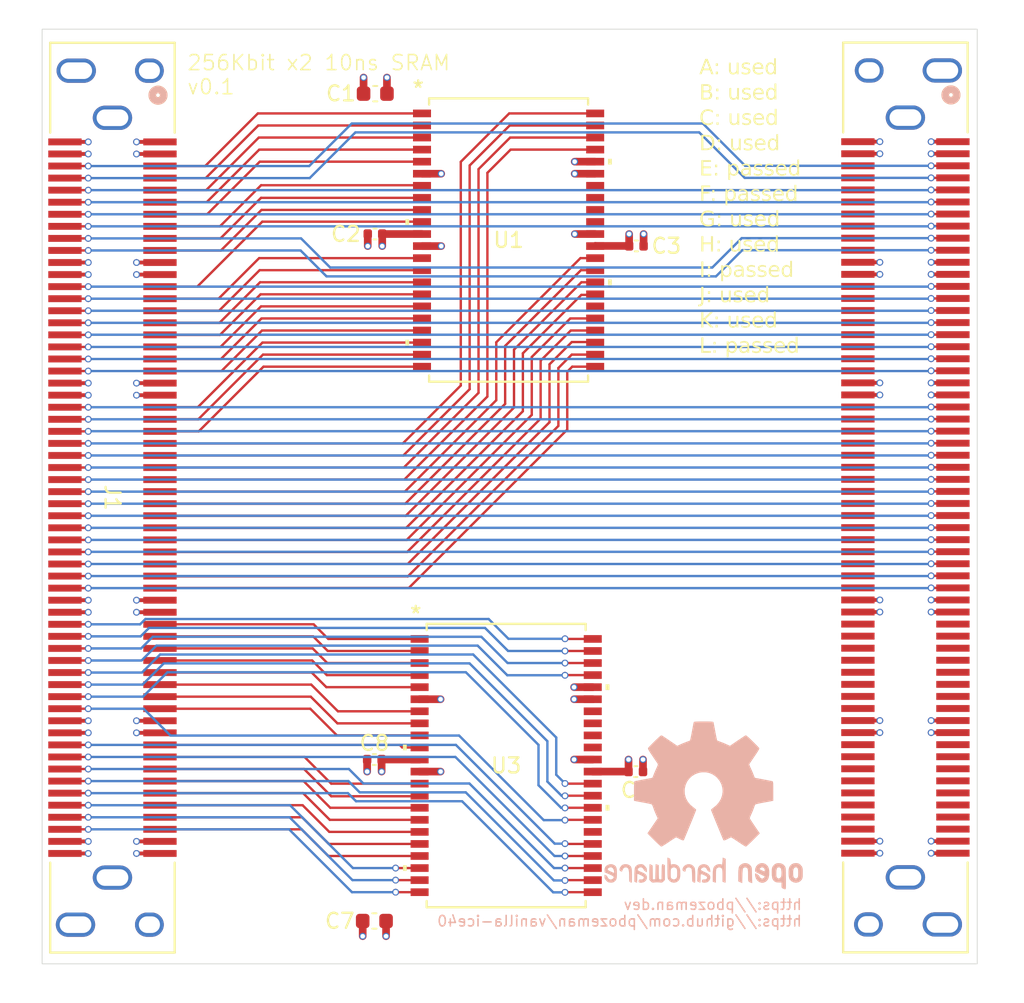
<source format=kicad_pcb>
(kicad_pcb (version 20240108) (generator "pcbnew") (generator_version "8.0")
  (layers (0 "F.Cu" signal) (1 "In1.Cu" power) (2 "In2.Cu" power) (31 "B.Cu" signal) (34 "B.Paste" user) (35 "F.Paste" user) (36 "B.SilkS" user "B.Silkscreen") (37 "F.SilkS" user "F.Silkscreen") (38 "B.Mask" user) (39 "F.Mask" user) (44 "Edge.Cuts" user))
  (net 0 "")
  (net 1 "GND")
  (net 2 "/G_06")
  (net 3 "/B_02")
  (net 4 "/C_06")
  (net 5 "/L_02")
  (net 6 "/F_05")
  (net 7 "/G_04")
  (net 8 "/H_03")
  (net 9 "/B_01")
  (net 10 "+3V3")
  (net 11 "/C_03")
  (net 12 "/B_05")
  (net 13 "/H_01")
  (net 14 "/H_05")
  (net 15 "/I_05")
  (net 16 "/C_05")
  (net 17 "/F_07")
  (net 18 "/A_01")
  (net 19 "/B_07")
  (net 20 "/F_02")
  (net 21 "/A_08")
  (net 22 "/L_03")
  (net 23 "/I_08")
  (net 24 "/K_07")
  (net 25 "/L_06")
  (net 26 "/C_01")
  (net 27 "/B_06")
  (net 28 "/K_06")
  (net 29 "/E_01")
  (net 30 "/H_07")
  (net 31 "/I_06")
  (net 32 "/F_08")
  (net 33 "/I_04")
  (net 34 "/H_02")
  (net 35 "/A_06")
  (net 36 "/B_08")
  (net 37 "/K_03")
  (net 38 "/K_02")
  (net 39 "/H_08")
  (net 40 "/J_01")
  (net 41 "/D_01")
  (net 42 "/F_04")
  (net 43 "/A_04")
  (net 44 "/G_07")
  (net 45 "/L_07")
  (net 46 "/A_02")
  (net 47 "/D_04")
  (net 48 "/E_05")
  (net 49 "/L_04")
  (net 50 "/J_04")
  (net 51 "/K_04")
  (net 52 "/E_06")
  (net 53 "/C_02")
  (net 54 "/E_03")
  (net 55 "/E_08")
  (net 56 "/A_07")
  (net 57 "/G_03")
  (net 58 "/G_01")
  (net 59 "/L_01")
  (net 100 "/C_07")
  (net 101 "/D_06")
  (net 102 "/B_04")
  (net 103 "/L_08")
  (net 104 "/E_07")
  (net 105 "/G_05")
  (net 106 "/E_04")
  (net 107 "/K_08")
  (net 108 "/B_03")
  (net 109 "/J_08")
  (net 110 "/H_04")
  (net 111 "/F_06")
  (net 112 "/L_05")
  (net 113 "/I_03")
  (net 114 "/D_03")
  (net 115 "/F_03")
  (net 116 "/D_05")
  (net 117 "/J_06")
  (net 118 "/A_05")
  (net 119 "/J_02")
  (net 120 "/K_01")
  (net 121 "/F_01")
  (net 122 "/J_03")
  (net 123 "/C_04")
  (net 124 "/E_02")
  (net 125 "/K_05")
  (net 126 "/J_05")
  (net 127 "/I_01")
  (net 128 "/D_07")
  (net 129 "/C_08")
  (net 130 "/J_07")
  (net 131 "/D_02")
  (net 132 "/D_08")
  (net 133 "/H_06")
  (net 134 "/I_07")
  (net 135 "/I_02")
  (net 136 "/A_03")
  (net 137 "/G_02")
  (net 148 "/G_08")
  (footprint "IS61WV25616-10TLI:44L_TSOP-2_400_ISI" (layer "F.Cu") (at 82.0696 55.510002)
    (property "Reference" "U1")
    (property "Value" "IS61WV25616-10TLI")
  )
  (footprint "Capacitor_SMD:C_0402_1005Metric" (layer "F.Cu") (at 90.5018 90.769997)
    (property "Reference" "C9")
    (property "Value" "0.1uf")
  )
  (footprint "Capacitor_SMD:C_0402_1005Metric" (layer "F.Cu") (at 90.5418 55.900003)
    (property "Reference" "C3")
    (property "Value" "0.1uf")
  )
  (footprint "Capacitor_SMD:C_0603_1608Metric" (layer "F.Cu") (at 73.1718 100.679996 180)
    (property "Reference" "C7")
    (property "Value" "22uf")
  )
  (footprint "Capacitor_SMD:C_0603_1608Metric" (layer "F.Cu") (at 73.23 45.8 180)
    (property "Reference" "C1")
    (property "Value" "22uf")
  )
  (footprint "Capacitor_SMD:C_0402_1005Metric" (layer "F.Cu") (at 73.1718 89.97 180)
    (property "Reference" "C8")
    (property "Value" "0.1uf")
  )
  (footprint "IS61WV25616-10TLI:44L_TSOP-2_400_ISI" (layer "F.Cu") (at 81.9104 90.369998)
    (property "Reference" "U3")
    (property "Value" "IS61WV25616-10TLI")
  )
  (footprint "custom:CUSTOM_FX_120P-0.8SH20" (layer "F.Cu") (at 55.805 72.599999 -90)
    (property "Reference" "J1")
    (property "Value" "FX18-120P-0.8SV20")
  )
  (footprint "Capacitor_SMD:C_0402_1005Metric" (layer "F.Cu") (at 73.2118 55.110003 180)
    (property "Reference" "C2")
    (property "Value" "0.1uf")
  )
  (footprint "custom:CUSTOM_FX_120S-0.8SH20" (layer "F.Cu") (at 108.38 72.585 -90)
    (property "Reference" "J2" (hide yes))
    (property "Value" "FX18-120S-0.8SV20")
  )
  (footprint "Symbol:OSHW-Logo2_14.6x12mm_SilkScreen" (layer "B.Cu") (at 95 93 180)
    (property "Reference" "REF**" (hide yes))
    (property "Value" "OSHW-Logo2_14.6x12mm_SilkScreen" (hide yes))
  )
  (gr_rect (start 51.143 41.521992) (end 113.143 103.521992) (stroke (width 0.05)) (fill none) (layer "Edge.Cuts"))
  (gr_text "https://pbozeman.dev" (at 101.573965 100 0) (layer "B.SilkS") (effects (font (size 0.7 0.7) (thickness 0.1)) (justify left bottom mirror)))
  (gr_text "https://github.com/pbozeman/vanilla-ice40" (at 101.573965 101.1 0) (layer "B.SilkS") (effects (font (size 0.7 0.7) (thickness 0.1)) (justify left bottom mirror)))
  (gr_text "256Kbit x2 10ns SRAM" (at 60.7 44.33 0) (layer "F.SilkS") (effects (font (size 1 1) (thickness 0.1)) (justify left bottom)))
  (gr_text "A: used\nB: used\nC: used\nD: used\nE: passed\nF: passed\nG: used\nH: used\nI: passed\nJ: used\nK: used\nL: passed" (at 94.71 63.16 0) (layer "F.SilkS") (effects (font (size 1 1) (thickness 0.125)) (justify left bottom)))
  (gr_text "v0.1" (at 60.7 45.93 0) (layer "F.SilkS") (effects (font (size 1 1) (thickness 0.1)) (justify left bottom)))
  (segment (start 76.3292 55.910001) (end 77.6018 55.910001) (width 0.508) (layer "F.Cu") (net 1))
  (segment (start 86.4118 85.169998) (end 87.6508 85.169998) (width 0.508) (layer "F.Cu") (net 1))
  (segment (start 87.81 51.110001) (end 86.4518 51.110001) (width 0.508) (layer "F.Cu") (net 1))
  (segment (start 72.6918 90.769997) (end 72.6918 89.97) (width 0.508) (layer "F.Cu") (net 1))
  (segment (start 106.685901 96.185001) (end 105.230003 96.185001) (width 0.254) (layer "F.Cu") (net 1))
  (segment (start 106.685901 49.785001) (end 105.230002 49.785001) (width 0.254) (layer "F.Cu") (net 1))
  (segment (start 110.085901 65.785001) (end 111.529999 65.785001) (width 0.254) (layer "F.Cu") (net 1))
  (segment (start 57.4 49.8) (end 58.954998 49.8) (width 0.254) (layer "F.Cu") (net 1))
  (segment (start 54.2 57.8) (end 52.655002 57.8) (width 0.254) (layer "F.Cu") (net 1))
  (segment (start 54.2 49.8) (end 52.655002 49.8) (width 0.254) (layer "F.Cu") (net 1))
  (segment (start 106.685901 88.185001) (end 105.230003 88.185001) (width 0.254) (layer "F.Cu") (net 1))
  (segment (start 106.685901 80.185001) (end 105.230002 80.185001) (width 0.254) (layer "F.Cu") (net 1))
  (segment (start 54.2 65.8) (end 52.655001 65.8) (width 0.254) (layer "F.Cu") (net 1))
  (segment (start 72.7318 55.910001) (end 72.7318 55.110003) (width 0.508) (layer "F.Cu") (net 1))
  (segment (start 77.5618 90.769997) (end 76.17 90.769997) (width 0.508) (layer "F.Cu") (net 1))
  (segment (start 77.6018 51.110003) (end 76.3292 51.110003) (width 0.508) (layer "F.Cu") (net 1))
  (segment (start 87.81 55.11) (end 86.461797 55.11) (width 0.508) (layer "F.Cu") (net 1))
  (segment (start 57.4 96.2) (end 58.954994 96.2) (width 0.254) (layer "F.Cu") (net 1))
  (segment (start 57.4 88.2) (end 58.954995 88.2) (width 0.254) (layer "F.Cu") (net 1))
  (segment (start 54.2 88.2) (end 52.655003 88.2) (width 0.254) (layer "F.Cu") (net 1))
  (segment (start 57.4 65.8) (end 58.954999 65.8) (width 0.254) (layer "F.Cu") (net 1))
  (segment (start 106.685901 65.785001) (end 105.230001 65.785001) (width 0.254) (layer "F.Cu") (net 1))
  (segment (start 106.685901 57.785001) (end 105.230002 57.785001) (width 0.254) (layer "F.Cu") (net 1))
  (segment (start 110.085901 88.185001) (end 111.529995 88.185001) (width 0.254) (layer "F.Cu") (net 1))
  (segment (start 72.455 45.8) (end 72.455 44.73) (width 0.508) (layer "F.Cu") (net 1))
  (segment (start 91.0218 55.11) (end 91.0218 55.900003) (width 0.508) (layer "F.Cu") (net 1))
  (segment (start 86.4118 85.969997) (end 87.6508 85.969997) (width 0.508) (layer "F.Cu") (net 1))
  (segment (start 110.085901 96.185001) (end 111.529994 96.185001) (width 0.254) (layer "F.Cu") (net 1))
  (segment (start 57.4 80.2) (end 58.954995 80.2) (width 0.254) (layer "F.Cu") (net 1))
  (segment (start 77.5618 85.969999) (end 76.17 85.969999) (width 0.508) (layer "F.Cu") (net 1))
  (segment (start 87.81 50.310002) (end 86.4518 50.310002) (width 0.508) (layer "F.Cu") (net 1))
  (segment (start 86.590002 50.310002) (end 86.59 50.31) (width 0.508) (layer "F.Cu") (net 1))
  (segment (start 57.4 57.8) (end 58.954998 57.8) (width 0.254) (layer "F.Cu") (net 1))
  (segment (start 110.085901 57.785001) (end 111.529998 57.785001) (width 0.254) (layer "F.Cu") (net 1))
  (segment (start 54.2 96.2) (end 52.655003 96.2) (width 0.254) (layer "F.Cu") (net 1))
  (segment (start 110.085901 49.785002) (end 111.529999 49.785002) (width 0.254) (layer "F.Cu") (net 1))
  (segment (start 86.4118 89.969996) (end 87.6508 89.969996) (width 0.508) (layer "F.Cu") (net 1))
  (segment (start 110.085901 80.185001) (end 111.529995 80.185001) (width 0.254) (layer "F.Cu") (net 1))
  (segment (start 90.9818 90.769997) (end 90.9818 89.969996) (width 0.508) (layer "F.Cu") (net 1))
  (segment (start 72.3968 100.679996) (end 72.3968 101.69) (width 0.508) (layer "F.Cu") (net 1))
  (segment (start 54.2 80.2) (end 52.655002 80.2) (width 0.254) (layer "F.Cu") (net 1))
  (via (at 54.2 96.2) (size 0.45) (drill 0.3) (layers "F.Cu" "B.Cu") (net 1))
  (via (at 106.685901 65.785001) (size 0.45) (drill 0.3) (layers "F.Cu" "B.Cu") (net 1))
  (via (at 57.4 96.2) (size 0.45) (drill 0.3) (layers "F.Cu" "B.Cu") (net 1))
  (via (at 72.3968 101.69) (size 0.45) (drill 0.3) (layers "F.Cu" "B.Cu") (net 1))
  (via (at 106.685901 80.185001) (size 0.45) (drill 0.3) (layers "F.Cu" "B.Cu") (net 1))
  (via (at 86.4118 85.969997) (size 0.45) (drill 0.3) (layers "F.Cu" "B.Cu") (net 1))
  (via (at 72.455 44.73) (size 0.45) (drill 0.3) (layers "F.Cu" "B.Cu") (net 1))
  (via (at 110.085901 96.185001) (size 0.45) (drill 0.3) (layers "F.Cu" "B.Cu") (net 1))
  (via (at 77.6018 55.910001) (size 0.45) (drill 0.3) (layers "F.Cu" "B.Cu") (net 1))
  (via (at 86.4518 51.110001) (size 0.45) (drill 0.3) (layers "F.Cu" "B.Cu") (net 1))
  (via (at 54.2 80.2) (size 0.45) (drill 0.3) (layers "F.Cu" "B.Cu") (net 1))
  (via (at 106.685901 88.185001) (size 0.45) (drill 0.3) (layers "F.Cu" "B.Cu") (net 1))
  (via (at 86.4518 50.310002) (size 0.45) (drill 0.3) (layers "F.Cu" "B.Cu") (net 1))
  (via (at 57.4 65.8) (size 0.45) (drill 0.3) (layers "F.Cu" "B.Cu") (net 1))
  (via (at 110.085901 88.185001) (size 0.45) (drill 0.3) (layers "F.Cu" "B.Cu") (net 1))
  (via (at 72.6918 90.769997) (size 0.45) (drill 0.3) (layers "F.Cu" "B.Cu") (net 1))
  (via (at 77.5618 85.969999) (size 0.45) (drill 0.3) (layers "F.Cu" "B.Cu") (net 1))
  (via (at 72.7318 55.910001) (size 0.45) (drill 0.3) (layers "F.Cu" "B.Cu") (net 1))
  (via (at 110.085901 57.785001) (size 0.45) (drill 0.3) (layers "F.Cu" "B.Cu") (net 1))
  (via (at 106.685901 57.785001) (size 0.45) (drill 0.3) (layers "F.Cu" "B.Cu") (net 1))
  (via (at 57.4 88.2) (size 0.45) (drill 0.3) (layers "F.Cu" "B.Cu") (net 1))
  (via (at 77.6018 51.110003) (size 0.45) (drill 0.3) (layers "F.Cu" "B.Cu") (net 1))
  (via (at 91.0218 55.11) (size 0.45) (drill 0.3) (layers "F.Cu" "B.Cu") (net 1))
  (via (at 57.4 49.8) (size 0.45) (drill 0.3) (layers "F.Cu" "B.Cu") (net 1))
  (via (at 54.2 49.8) (size 0.45) (drill 0.3) (layers "F.Cu" "B.Cu") (net 1))
  (via (at 86.4118 85.169998) (size 0.45) (drill 0.3) (layers "F.Cu" "B.Cu") (net 1))
  (via (at 106.685901 96.185001) (size 0.45) (drill 0.3) (layers "F.Cu" "B.Cu") (net 1))
  (via (at 57.4 57.8) (size 0.45) (drill 0.3) (layers "F.Cu" "B.Cu") (net 1))
  (via (at 54.2 88.2) (size 0.45) (drill 0.3) (layers "F.Cu" "B.Cu") (net 1))
  (via (at 54.2 57.8) (size 0.45) (drill 0.3) (layers "F.Cu" "B.Cu") (net 1))
  (via (at 90.9818 89.969996) (size 0.45) (drill 0.3) (layers "F.Cu" "B.Cu") (net 1))
  (via (at 110.085901 49.785002) (size 0.45) (drill 0.3) (layers "F.Cu" "B.Cu") (net 1))
  (via (at 110.085901 65.785001) (size 0.45) (drill 0.3) (layers "F.Cu" "B.Cu") (net 1))
  (via (at 86.4118 89.969996) (size 0.45) (drill 0.3) (layers "F.Cu" "B.Cu") (net 1))
  (via (at 54.2 65.8) (size 0.45) (drill 0.3) (layers "F.Cu" "B.Cu") (net 1))
  (via (at 106.685901 49.785001) (size 0.45) (drill 0.3) (layers "F.Cu" "B.Cu") (net 1))
  (via (at 77.5618 90.769997) (size 0.45) (drill 0.3) (layers "F.Cu" "B.Cu") (net 1))
  (via (at 110.085901 80.185001) (size 0.45) (drill 0.3) (layers "F.Cu" "B.Cu") (net 1))
  (via (at 86.4518 55.11) (size 0.45) (drill 0.3) (layers "F.Cu" "B.Cu") (net 1))
  (via (at 57.4 80.2) (size 0.45) (drill 0.3) (layers "F.Cu" "B.Cu") (net 1))
  (segment (start 69.047718 83.399998) (end 70.01772 84.37) (width 0.156464) (layer "F.Cu") (net 2))
  (segment (start 70.01772 84.37) (end 76.17 84.37) (width 0.156464) (layer "F.Cu") (net 2))
  (segment (start 58.954999 83.399998) (end 69.047718 83.399998) (width 0.156464) (layer "F.Cu") (net 2))
  (segment (start 58.954999 60.199998) (end 62.871932 60.199998) (width 0.156464) (layer "F.Cu") (net 3))
  (segment (start 65.561927 57.510003) (end 76.3292 57.510003) (width 0.156464) (layer "F.Cu") (net 3))
  (segment (start 62.871932 60.199998) (end 65.561927 57.510003) (width 0.156464) (layer "F.Cu") (net 3))
  (segment (start 75.060001 68.999999) (end 78.9 65.16) (width 0.156464) (layer "F.Cu") (net 4))
  (segment (start 58.954999 68.999999) (end 75.060001 68.999999) (width 0.156464) (layer "F.Cu") (net 4))
  (segment (start 78.9 50.32) (end 82.109999 47.110001) (width 0.156464) (layer "F.Cu") (net 4))
  (segment (start 82.109999 47.110001) (end 87.81 47.110001) (width 0.156464) (layer "F.Cu") (net 4))
  (segment (start 78.9 65.16) (end 78.9 50.32) (width 0.156464) (layer "F.Cu") (net 4))
  (segment (start 110.085901 70.585001) (end 111.529997 70.585001) (width 0.156464) (layer "F.Cu") (net 5))
  (segment (start 54.2 70.6) (end 52.655001 70.6) (width 0.156464) (layer "F.Cu") (net 5))
  (via (at 110.085901 70.585001) (size 0.45) (drill 0.3) (layers "F.Cu" "B.Cu") (net 5))
  (via (at 54.2 70.6) (size 0.45) (drill 0.3) (layers "F.Cu" "B.Cu") (net 5))
  (segment (start 110.075901 70.595001) (end 110.085901 70.585001) (width 0.156464) (layer "B.Cu") (net 5))
  (segment (start 110.070902 70.6) (end 110.085901 70.585001) (width 0.156464) (layer "B.Cu") (net 5))
  (segment (start 54.2 70.6) (end 110.070902 70.6) (width 0.156464) (layer "B.Cu") (net 5))
  (segment (start 54.199997 59.400003) (end 54.2 59.4) (width 0.156464) (layer "F.Cu") (net 6))
  (segment (start 52.655001 59.400003) (end 54.199997 59.400003) (width 0.156464) (layer "F.Cu") (net 6))
  (segment (start 110.085901 59.385001) (end 111.529999 59.385001) (width 0.156464) (layer "F.Cu") (net 6))
  (via (at 54.2 59.4) (size 0.45) (drill 0.3) (layers "F.Cu" "B.Cu") (net 6))
  (via (at 110.085901 59.385001) (size 0.45) (drill 0.3) (layers "F.Cu" "B.Cu") (net 6))
  (segment (start 54.2 59.4) (end 110.070902 59.4) (width 0.156464) (layer "B.Cu") (net 6))
  (segment (start 110.070902 59.4) (end 110.085901 59.385001) (width 0.156464) (layer "B.Cu") (net 6))
  (segment (start 110.075901 59.395001) (end 110.085901 59.385001) (width 0.156464) (layer "B.Cu") (net 6))
  (segment (start 58.954999 85.799995) (end 68.951925 85.799995) (width 0.156464) (layer "F.Cu") (net 7))
  (segment (start 70.721929 87.569999) (end 76.17 87.569999) (width 0.156464) (layer "F.Cu") (net 7))
  (segment (start 68.951925 85.799995) (end 70.721929 87.569999) (width 0.156464) (layer "F.Cu") (net 7))
  (segment (start 58.954999 92.199995) (end 68.444205 92.199995) (width 0.156464) (layer "F.Cu") (net 8))
  (segment (start 70.214208 93.969998) (end 76.17 93.969998) (width 0.156464) (layer "F.Cu") (net 8))
  (segment (start 68.444205 92.199995) (end 70.214208 93.969998) (width 0.156464) (layer "F.Cu") (net 8))
  (segment (start 58.954999 58.599999) (end 61.430001 58.599999) (width 0.156464) (layer "F.Cu") (net 9))
  (segment (start 61.430001 58.599999) (end 65.740029 54.289971) (width 0.156464) (layer "F.Cu") (net 9))
  (segment (start 65.740029 54.289971) (end 76.309169 54.289971) (width 0.156464) (layer "F.Cu") (net 9))
  (segment (start 90.0618 55.11) (end 90.0618 55.900003) (width 0.508) (layer "F.Cu") (net 10))
  (segment (start 54.2 49) (end 52.655004 49) (width 0.254) (layer "F.Cu") (net 10))
  (segment (start 57.4 49) (end 58.954999 49) (width 0.254) (layer "F.Cu") (net 10))
  (segment (start 57.4 57) (end 58.954999 57) (width 0.254) (layer "F.Cu") (net 10))
  (segment (start 57.4 65) (end 58.954998 65) (width 0.254) (layer "F.Cu") (net 10))
  (segment (start 90.0618 55.900003) (end 87.819998 55.900003) (width 0.508) (layer "F.Cu") (net 10))
  (segment (start 54.2 65) (end 52.655003 65) (width 0.254) (layer "F.Cu") (net 10))
  (segment (start 110.085901 79.385001) (end 111.529997 79.385001) (width 0.254) (layer "F.Cu") (net 10))
  (segment (start 106.685901 64.985001) (end 105.230003 64.985001) (width 0.254) (layer "F.Cu") (net 10))
  (segment (start 54.2 79.4) (end 52.655003 79.4) (width 0.254) (layer "F.Cu") (net 10))
  (segment (start 106.685901 56.985001) (end 105.230003 56.985001) (width 0.254) (layer "F.Cu") (net 10))
  (segment (start 54.2 87.4) (end 52.655004 87.4) (width 0.254) (layer "F.Cu") (net 10))
  (segment (start 73.6518 89.97) (end 76.169999 89.97) (width 0.508) (layer "F.Cu") (net 10))
  (segment (start 57.4 95.4) (end 58.954996 95.4) (width 0.254) (layer "F.Cu") (net 10))
  (segment (start 110.085901 56.985001) (end 111.529999 56.985001) (width 0.254) (layer "F.Cu") (net 10))
  (segment (start 54.2 57) (end 52.655003 57) (width 0.254) (layer "F.Cu") (net 10))
  (segment (start 106.685901 87.385001) (end 105.230004 87.385001) (width 0.254) (layer "F.Cu") (net 10))
  (segment (start 110.085901 87.385001) (end 111.529996 87.385001) (width 0.254) (layer "F.Cu") (net 10))
  (segment (start 73.6918 55.110003) (end 76.3292 55.110003) (width 0.508) (layer "F.Cu") (net 10))
  (segment (start 73.9468 100.679996) (end 73.9468 101.69) (width 0.508) (layer "F.Cu") (net 10))
  (segment (start 110.085901 48.985001) (end 111.529999 48.985001) (width 0.254) (layer "F.Cu") (net 10))
  (segment (start 54.2 95.4) (end 52.655004 95.4) (width 0.254) (layer "F.Cu") (net 10))
  (segment (start 90.0218 90.769997) (end 87.6508 90.769997) (width 0.508) (layer "F.Cu") (net 10))
  (segment (start 73.6918 55.910001) (end 73.6918 55.110003) (width 0.508) (layer "F.Cu") (net 10))
  (segment (start 106.685901 95.385001) (end 105.230004 95.385001) (width 0.254) (layer "F.Cu") (net 10))
  (segment (start 110.085901 95.385001) (end 111.529996 95.385001) (width 0.254) (layer "F.Cu") (net 10))
  (segment (start 57.4 87.4) (end 58.954996 87.4) (width 0.254) (layer "F.Cu") (net 10))
  (segment (start 90.0218 90.769997) (end 90.0218 89.969996) (width 0.508) (layer "F.Cu") (net 10))
  (segment (start 74.005 45.8) (end 74.005 44.73) (width 0.508) (layer "F.Cu") (net 10))
  (segment (start 110.085901 64.985001) (end 111.529998 64.985001) (width 0.254) (layer "F.Cu") (net 10))
  (segment (start 87.819998 55.900003) (end 87.81 55.910001) (width 0.508) (layer "F.Cu") (net 10))
  (segment (start 106.685901 79.385001) (end 105.230003 79.385001) (width 0.254) (layer "F.Cu") (net 10))
  (segment (start 106.685901 48.985004) (end 105.230001 48.985004) (width 0.254) (layer "F.Cu") (net 10))
  (segment (start 57.4 79.4) (end 58.954997 79.4) (width 0.254) (layer "F.Cu") (net 10))
  (segment (start 73.6518 90.769997) (end 73.6518 89.97) (width 0.508) (layer "F.Cu") (net 10))
  (via (at 110.085901 87.385001) (size 0.45) (drill 0.3) (layers "F.Cu" "B.Cu") (net 10))
  (via (at 106.685901 87.385001) (size 0.45) (drill 0.3) (layers "F.Cu" "B.Cu") (net 10))
  (via (at 57.4 95.4) (size 0.45) (drill 0.3) (layers "F.Cu" "B.Cu") (net 10))
  (via (at 57.4 57) (size 0.45) (drill 0.3) (layers "F.Cu" "B.Cu") (net 10))
  (via (at 106.685901 56.985001) (size 0.45) (drill 0.3) (layers "F.Cu" "B.Cu") (net 10))
  (via (at 73.6918 55.910001) (size 0.45) (drill 0.3) (layers "F.Cu" "B.Cu") (net 10))
  (via (at 106.685901 64.985001) (size 0.45) (drill 0.3) (layers "F.Cu" "B.Cu") (net 10))
  (via (at 73.6518 90.769997) (size 0.45) (drill 0.3) (layers "F.Cu" "B.Cu") (net 10))
  (via (at 90.0218 89.969996) (size 0.45) (drill 0.3) (layers "F.Cu" "B.Cu") (net 10))
  (via (at 106.685901 48.985004) (size 0.45) (drill 0.3) (layers "F.Cu" "B.Cu") (net 10))
  (via (at 106.685901 95.385001) (size 0.45) (drill 0.3) (layers "F.Cu" "B.Cu") (net 10))
  (via (at 54.2 95.4) (size 0.45) (drill 0.3) (layers "F.Cu" "B.Cu") (net 10))
  (via (at 110.085901 95.385001) (size 0.45) (drill 0.3) (layers "F.Cu" "B.Cu") (net 10))
  (via (at 106.685901 79.385001) (size 0.45) (drill 0.3) (layers "F.Cu" "B.Cu") (net 10))
  (via (at 57.4 79.4) (size 0.45) (drill 0.3) (layers "F.Cu" "B.Cu") (net 10))
  (via (at 73.9468 101.69) (size 0.45) (drill 0.3) (layers "F.Cu" "B.Cu") (net 10))
  (via (at 74.005 44.73) (size 0.45) (drill 0.3) (layers "F.Cu" "B.Cu") (net 10))
  (via (at 54.2 49) (size 0.45) (drill 0.3) (layers "F.Cu" "B.Cu") (net 10))
  (via (at 110.085901 79.385001) (size 0.45) (drill 0.3) (layers "F.Cu" "B.Cu") (net 10))
  (via (at 54.2 57) (size 0.45) (drill 0.3) (layers "F.Cu" "B.Cu") (net 10))
  (via (at 54.2 87.4) (size 0.45) (drill 0.3) (layers "F.Cu" "B.Cu") (net 10))
  (via (at 57.4 49) (size 0.45) (drill 0.3) (layers "F.Cu" "B.Cu") (net 10))
  (via (at 90.0618 55.11) (size 0.45) (drill 0.3) (layers "F.Cu" "B.Cu") (net 10))
  (via (at 57.4 87.4) (size 0.45) (drill 0.3) (layers "F.Cu" "B.Cu") (net 10))
  (via (at 57.4 65) (size 0.45) (drill 0.3) (layers "F.Cu" "B.Cu") (net 10))
  (via (at 54.2 65) (size 0.45) (drill 0.3) (layers "F.Cu" "B.Cu") (net 10))
  (via (at 110.085901 64.985001) (size 0.45) (drill 0.3) (layers "F.Cu" "B.Cu") (net 10))
  (via (at 110.085901 48.985001) (size 0.45) (drill 0.3) (layers "F.Cu" "B.Cu") (net 10))
  (via (at 54.2 79.4) (size 0.45) (drill 0.3) (layers "F.Cu" "B.Cu") (net 10))
  (via (at 110.085901 56.985001) (size 0.45) (drill 0.3) (layers "F.Cu" "B.Cu") (net 10))
  (segment (start 58.954999 69.8) (end 75.09193 69.8) (width 0.156464) (layer "F.Cu") (net 11))
  (segment (start 79.488264 50.563666) (end 82.141928 47.910002) (width 0.156464) (layer "F.Cu") (net 11))
  (segment (start 79.488264 65.403666) (end 79.488264 50.563666) (width 0.156464) (layer "F.Cu") (net 11))
  (segment (start 82.141928 47.910002) (end 87.81 47.910002) (width 0.156464) (layer "F.Cu") (net 11))
  (segment (start 75.09193 69.8) (end 79.488264 65.403666) (width 0.156464) (layer "F.Cu") (net 11))
  (segment (start 65.529998 56.710002) (end 76.3292 56.710002) (width 0.156464) (layer "F.Cu") (net 12))
  (segment (start 62.84 59.4) (end 65.529998 56.710002) (width 0.156464) (layer "F.Cu") (net 12))
  (segment (start 58.954999 59.4) (end 62.84 59.4) (width 0.156464) (layer "F.Cu") (net 12))
  (segment (start 75.019998 89.169998) (end 76.17 89.169998) (width 0.156464) (layer "F.Cu") (net 13))
  (segment (start 74.849997 88.999997) (end 75.019998 89.169998) (width 0.156464) (layer "F.Cu") (net 13))
  (segment (start 58.954999 88.999997) (end 74.849997 88.999997) (width 0.156464) (layer "F.Cu") (net 13))
  (segment (start 58.954999 89.799995) (end 68.539995 89.799995) (width 0.156464) (layer "F.Cu") (net 14))
  (segment (start 70.309998 91.569998) (end 76.17 91.569998) (width 0.156464) (layer "F.Cu") (net 14))
  (segment (start 68.539995 89.799995) (end 70.309998 91.569998) (width 0.156464) (layer "F.Cu") (net 14))
  (segment (start 54.2 73.8) (end 52.655002 73.8) (width 0.156464) (layer "F.Cu") (net 15))
  (segment (start 110.085901 73.785001) (end 111.529998 73.785001) (width 0.156464) (layer "F.Cu") (net 15))
  (via (at 110.085901 73.785001) (size 0.45) (drill 0.3) (layers "F.Cu" "B.Cu") (net 15))
  (via (at 54.2 73.8) (size 0.45) (drill 0.3) (layers "F.Cu" "B.Cu") (net 15))
  (segment (start 54.2 73.8) (end 110.070902 73.8) (width 0.156464) (layer "B.Cu") (net 15))
  (segment (start 110.075901 73.795001) (end 110.085901 73.785001) (width 0.156464) (layer "B.Cu") (net 15))
  (segment (start 110.070902 73.8) (end 110.085901 73.785001) (width 0.156464) (layer "B.Cu") (net 15))
  (segment (start 61.495441 67.399999) (end 65.785438 63.110002) (width 0.156464) (layer "F.Cu") (net 16))
  (segment (start 65.785438 63.110002) (end 76.3292 63.110002) (width 0.156464) (layer "F.Cu") (net 16))
  (segment (start 58.954999 67.399999) (end 61.495441 67.399999) (width 0.156464) (layer "F.Cu") (net 16))
  (segment (start 54.199999 62.600001) (end 54.2 62.6) (width 0.156464) (layer "F.Cu") (net 17))
  (segment (start 52.655001 62.600001) (end 54.199999 62.600001) (width 0.156464) (layer "F.Cu") (net 17))
  (segment (start 110.085901 62.585001) (end 111.529998 62.585001) (width 0.156464) (layer "F.Cu") (net 17))
  (via (at 110.085901 62.585001) (size 0.45) (drill 0.3) (layers "F.Cu" "B.Cu") (net 17))
  (via (at 54.2 62.6) (size 0.45) (drill 0.3) (layers "F.Cu" "B.Cu") (net 17))
  (segment (start 54.2 62.6) (end 110.070902 62.6) (width 0.156464) (layer "B.Cu") (net 17))
  (segment (start 110.075901 62.595001) (end 110.085901 62.585001) (width 0.156464) (layer "B.Cu") (net 17))
  (segment (start 110.070902 62.6) (end 110.085901 62.585001) (width 0.156464) (layer "B.Cu") (net 17))
  (segment (start 61.95456 50.6) (end 65.444556 47.110004) (width 0.156464) (layer "F.Cu") (net 18))
  (segment (start 65.444556 47.110004) (end 76.3292 47.110004) (width 0.156464) (layer "F.Cu") (net 18))
  (segment (start 58.954999 50.6) (end 61.95456 50.6) (width 0.156464) (layer "F.Cu") (net 18))
  (segment (start 58.954999 62.599999) (end 62.967721 62.599999) (width 0.156464) (layer "F.Cu") (net 19))
  (segment (start 62.967721 62.599999) (end 65.657719 59.910001) (width 0.156464) (layer "F.Cu") (net 19))
  (segment (start 65.657719 59.910001) (end 76.3292 59.910001) (width 0.156464) (layer "F.Cu") (net 19))
  (segment (start 54.199999 60.200001) (end 54.2 60.2) (width 0.156464) (layer "F.Cu") (net 20))
  (segment (start 52.655001 60.200001) (end 54.199999 60.200001) (width 0.156464) (layer "F.Cu") (net 20))
  (segment (start 110.085901 60.185001) (end 111.529997 60.185001) (width 0.156464) (layer "F.Cu") (net 20))
  (via (at 54.2 60.2) (size 0.45) (drill 0.3) (layers "F.Cu" "B.Cu") (net 20))
  (via (at 110.085901 60.185001) (size 0.45) (drill 0.3) (layers "F.Cu" "B.Cu") (net 20))
  (segment (start 54.2 60.2) (end 110.070902 60.2) (width 0.156464) (layer "B.Cu") (net 20))
  (segment (start 110.075901 60.195001) (end 110.085901 60.185001) (width 0.156464) (layer "B.Cu") (net 20))
  (segment (start 110.070902 60.2) (end 110.085901 60.185001) (width 0.156464) (layer "B.Cu") (net 20))
  (segment (start 58.954999 56.199999) (end 62.998071 56.199999) (width 0.156464) (layer "F.Cu") (net 21))
  (segment (start 62.998071 56.199999) (end 65.688067 53.510003) (width 0.156464) (layer "F.Cu") (net 21))
  (segment (start 65.688067 53.510003) (end 76.3292 53.510003) (width 0.156464) (layer "F.Cu") (net 21))
  (segment (start 54.199999 69.000001) (end 54.2 69) (width 0.156464) (layer "F.Cu") (net 22))
  (segment (start 52.655001 69.000001) (end 54.199999 69.000001) (width 0.156464) (layer "F.Cu") (net 22))
  (segment (start 110.085901 68.985001) (end 111.529998 68.985001) (width 0.156464) (layer "F.Cu") (net 22))
  (via (at 110.085901 68.985001) (size 0.45) (drill 0.3) (layers "F.Cu" "B.Cu") (net 22))
  (via (at 54.2 69) (size 0.45) (drill 0.3) (layers "F.Cu" "B.Cu") (net 22))
  (segment (start 110.075901 68.995001) (end 110.085901 68.985001) (width 0.156464) (layer "B.Cu") (net 22))
  (segment (start 54.2 69) (end 110.070902 69) (width 0.156464) (layer "B.Cu") (net 22))
  (segment (start 110.070902 69) (end 110.085901 68.985001) (width 0.156464) (layer "B.Cu") (net 22))
  (segment (start 110.085901 78.585001) (end 111.529996 78.585001) (width 0.156464) (layer "F.Cu") (net 23))
  (segment (start 54.2 78.6) (end 52.655001 78.6) (width 0.156464) (layer "F.Cu") (net 23))
  (via (at 110.085901 78.585001) (size 0.45) (drill 0.3) (layers "F.Cu" "B.Cu") (net 23))
  (via (at 54.2 78.6) (size 0.45) (drill 0.3) (layers "F.Cu" "B.Cu") (net 23))
  (segment (start 54.2 78.6) (end 110.070902 78.6) (width 0.156464) (layer "B.Cu") (net 23))
  (segment (start 110.070902 78.6) (end 110.085901 78.585001) (width 0.156464) (layer "B.Cu") (net 23))
  (segment (start 110.075901 78.595001) (end 110.085901 78.585001) (width 0.156464) (layer "B.Cu") (net 23))
  (segment (start 87.6508 83.569999) (end 85.820001 83.569999) (width 0.156464) (layer "F.Cu") (net 24))
  (segment (start 54.2 82.6) (end 52.655002 82.6) (width 0.156464) (layer "F.Cu") (net 24))
  (segment (start 85.81 83.569999) (end 85.809999 83.57) (width 0.156464) (layer "F.Cu") (net 24))
  (via (at 54.2 82.6) (size 0.45) (drill 0.3) (layers "F.Cu" "B.Cu") (net 24))
  (via (at 85.81 83.57) (size 0.45) (drill 0.3) (layers "F.Cu" "B.Cu") (net 24))
  (segment (start 57.703354 82.6) (end 58.476826 81.826528) (width 0.156464) (layer "B.Cu") (net 24))
  (segment (start 54.2 82.6) (end 57.703354 82.6) (width 0.156464) (layer "B.Cu") (net 24))
  (segment (start 58.476826 81.826528) (end 80.262668 81.826528) (width 0.156464) (layer "B.Cu") (net 24))
  (segment (start 82.00614 83.57) (end 85.81 83.57) (width 0.156464) (layer "B.Cu") (net 24))
  (segment (start 80.262668 81.826528) (end 82.00614 83.57) (width 0.156464) (layer "B.Cu") (net 24))
  (segment (start 54.2 69.8) (end 52.655001 69.8) (width 0.156464) (layer "F.Cu") (net 25))
  (segment (start 110.085901 69.785001) (end 111.529999 69.785001) (width 0.156464) (layer "F.Cu") (net 25))
  (via (at 110.085901 69.785001) (size 0.45) (drill 0.3) (layers "F.Cu" "B.Cu") (net 25))
  (via (at 54.2 69.8) (size 0.45) (drill 0.3) (layers "F.Cu" "B.Cu") (net 25))
  (segment (start 54.2 69.8) (end 110.070902 69.8) (width 0.156464) (layer "B.Cu") (net 25))
  (segment (start 110.070902 69.8) (end 110.085901 69.785001) (width 0.156464) (layer "B.Cu") (net 25))
  (segment (start 110.075901 69.795001) (end 110.085901 69.785001) (width 0.156464) (layer "B.Cu") (net 25))
  (segment (start 61.463512 66.599998) (end 65.753509 62.310001) (width 0.156464) (layer "F.Cu") (net 26))
  (segment (start 58.954999 66.599998) (end 61.463512 66.599998) (width 0.156464) (layer "F.Cu") (net 26))
  (segment (start 65.753509 62.310001) (end 76.3292 62.310001) (width 0.156464) (layer "F.Cu") (net 26))
  (segment (start 58.954999 60.999999) (end 62.903861 60.999999) (width 0.156464) (layer "F.Cu") (net 27))
  (segment (start 62.903861 60.999999) (end 65.593859 58.310001) (width 0.156464) (layer "F.Cu") (net 27))
  (segment (start 65.593859 58.310001) (end 76.3292 58.310001) (width 0.156464) (layer "F.Cu") (net 27))
  (segment (start 87.6508 91.569998) (end 85.799998 91.569998) (width 0.156464) (layer "F.Cu") (net 28))
  (segment (start 54.2 84.2) (end 52.655002 84.2) (width 0.156464) (layer "F.Cu") (net 28))
  (segment (start 85.814999 91.569998) (end 85.805001 91.56) (width 0.156464) (layer "F.Cu") (net 28))
  (via (at 54.2 84.2) (size 0.45) (drill 0.3) (layers "F.Cu" "B.Cu") (net 28))
  (via (at 85.81 91.56) (size 0.45) (drill 0.3) (layers "F.Cu" "B.Cu") (net 28))
  (segment (start 85.23 88.51) (end 85.23 90.98) (width 0.156464) (layer "B.Cu") (net 28))
  (segment (start 54.2 84.2) (end 57.767214 84.2) (width 0.156464) (layer "B.Cu") (net 28))
  (segment (start 79.723056 83.003056) (end 85.23 88.51) (width 0.156464) (layer "B.Cu") (net 28))
  (segment (start 85.23 90.98) (end 85.81 91.56) (width 0.156464) (layer "B.Cu") (net 28))
  (segment (start 58.964158 83.003056) (end 79.723056 83.003056) (width 0.156464) (layer "B.Cu") (net 28))
  (segment (start 57.767214 84.2) (end 58.964158 83.003056) (width 0.156464) (layer "B.Cu") (net 28))
  (segment (start 54.199998 50.600002) (end 54.2 50.6) (width 0.156464) (layer "F.Cu") (net 29))
  (segment (start 52.655001 50.600002) (end 54.199998 50.600002) (width 0.156464) (layer "F.Cu") (net 29))
  (segment (start 110.085901 50.585001) (end 111.529999 50.585001) (width 0.156464) (layer "F.Cu") (net 29))
  (via (at 110.085901 50.585001) (size 0.45) (drill 0.3) (layers "F.Cu" "B.Cu") (net 29))
  (via (at 54.2 50.6) (size 0.45) (drill 0.3) (layers "F.Cu" "B.Cu") (net 29))
  (segment (start 54.2 50.6) (end 68.85 50.6) (width 0.156464) (layer "B.Cu") (net 29))
  (segment (start 94.95193 47.78) (end 97.756931 50.585001) (width 0.156464) (layer "B.Cu") (net 29))
  (segment (start 68.85 50.6) (end 71.67 47.78) (width 0.156464) (layer "B.Cu") (net 29))
  (segment (start 109.975901 50.695001) (end 110.085901 50.585001) (width 0.156464) (layer "B.Cu") (net 29))
  (segment (start 71.67 47.78) (end 94.95193 47.78) (width 0.156464) (layer "B.Cu") (net 29))
  (segment (start 97.756931 50.585001) (end 110.085901 50.585001) (width 0.156464) (layer "B.Cu") (net 29))
  (segment (start 58.954999 92.999996) (end 68.412276 92.999996) (width 0.156464) (layer "F.Cu") (net 30))
  (segment (start 70.182277 94.769997) (end 76.17 94.769997) (width 0.156464) (layer "F.Cu") (net 30))
  (segment (start 68.412276 92.999996) (end 70.182277 94.769997) (width 0.156464) (layer "F.Cu") (net 30))
  (segment (start 110.085901 75.385001) (end 111.529997 75.385001) (width 0.156464) (layer "F.Cu") (net 31))
  (segment (start 54.2 75.4) (end 52.655003 75.4) (width 0.156464) (layer "F.Cu") (net 31))
  (via (at 110.085901 75.385001) (size 0.45) (drill 0.3) (layers "F.Cu" "B.Cu") (net 31))
  (via (at 54.2 75.4) (size 0.45) (drill 0.3) (layers "F.Cu" "B.Cu") (net 31))
  (segment (start 110.070902 75.4) (end 110.085901 75.385001) (width 0.156464) (layer "B.Cu") (net 31))
  (segment (start 54.2 75.4) (end 110.070902 75.4) (width 0.156464) (layer "B.Cu") (net 31))
  (segment (start 110.075901 75.395001) (end 110.085901 75.385001) (width 0.156464) (layer "B.Cu") (net 31))
  (segment (start 54.199999 64.200001) (end 54.2 64.2) (width 0.156464) (layer "F.Cu") (net 32))
  (segment (start 110.085901 64.185001) (end 111.529997 64.185001) (width 0.156464) (layer "F.Cu") (net 32))
  (segment (start 52.655001 64.200001) (end 54.199999 64.200001) (width 0.156464) (layer "F.Cu") (net 32))
  (via (at 110.085901 64.185001) (size 0.45) (drill 0.3) (layers "F.Cu" "B.Cu") (net 32))
  (via (at 54.2 64.2) (size 0.45) (drill 0.3) (layers "F.Cu" "B.Cu") (net 32))
  (segment (start 110.075901 64.195001) (end 110.085901 64.185001) (width 0.156464) (layer "B.Cu") (net 32))
  (segment (start 110.070902 64.2) (end 110.085901 64.185001) (width 0.156464) (layer "B.Cu") (net 32))
  (segment (start 54.2 64.2) (end 110.070902 64.2) (width 0.156464) (layer "B.Cu") (net 32))
  (segment (start 110.085901 77.784997) (end 111.529999 77.784997) (width 0.156464) (layer "F.Cu") (net 33))
  (segment (start 54.2 77.8) (end 52.655002 77.8) (width 0.156464) (layer "F.Cu") (net 33))
  (via (at 110.085901 77.784997) (size 0.45) (drill 0.3) (layers "F.Cu" "B.Cu") (net 33))
  (via (at 54.2 77.8) (size 0.45) (drill 0.3) (layers "F.Cu" "B.Cu") (net 33))
  (segment (start 54.2 77.8) (end 110.070898 77.8) (width 0.156464) (layer "B.Cu") (net 33))
  (segment (start 110.070898 77.8) (end 110.085901 77.784997) (width 0.156464) (layer "B.Cu") (net 33))
  (segment (start 110.075897 77.795001) (end 110.085901 77.784997) (width 0.156464) (layer "B.Cu") (net 33))
  (segment (start 58.954999 90.599996) (end 68.508066 90.599996) (width 0.156464) (layer "F.Cu") (net 34))
  (segment (start 70.314035 92.405965) (end 75.8 92.405965) (width 0.156464) (layer "F.Cu") (net 34))
  (segment (start 68.508066 90.599996) (end 70.314035 92.405965) (width 0.156464) (layer "F.Cu") (net 34))
  (segment (start 62.05035 53) (end 65.540346 49.510004) (width 0.156464) (layer "F.Cu") (net 35))
  (segment (start 65.540346 49.510004) (end 76.3292 49.510004) (width 0.156464) (layer "F.Cu") (net 35))
  (segment (start 58.954999 53) (end 62.05035 53) (width 0.156464) (layer "F.Cu") (net 35))
  (segment (start 63.031582 64.199998) (end 65.721577 61.510003) (width 0.156464) (layer "F.Cu") (net 36))
  (segment (start 65.721577 61.510003) (end 76.3292 61.510003) (width 0.156464) (layer "F.Cu") (net 36))
  (segment (start 58.954999 64.199998) (end 63.031582 64.199998) (width 0.156464) (layer "F.Cu") (net 36))
  (segment (start 85.815001 84.369997) (end 85.804998 84.38) (width 0.156464) (layer "F.Cu") (net 37))
  (segment (start 87.6508 84.369997) (end 85.820003 84.369997) (width 0.156464) (layer "F.Cu") (net 37))
  (segment (start 54.2 83.4) (end 52.655003 83.4) (width 0.156464) (layer "F.Cu") (net 37))
  (via (at 54.2 83.4) (size 0.45) (drill 0.3) (layers "F.Cu" "B.Cu") (net 37))
  (via (at 85.81 84.38) (size 0.45) (drill 0.3) (layers "F.Cu" "B.Cu") (net 37))
  (segment (start 81.98421 84.38) (end 85.81 84.38) (width 0.156464) (layer "B.Cu") (net 37))
  (segment (start 80.019002 82.414792) (end 81.98421 84.38) (width 0.156464) (layer "B.Cu") (net 37))
  (segment (start 58.720492 82.414792) (end 80.019002 82.414792) (width 0.156464) (layer "B.Cu") (net 37))
  (segment (start 57.735284 83.4) (end 58.720492 82.414792) (width 0.156464) (layer "B.Cu") (net 37))
  (segment (start 54.2 83.4) (end 57.735284 83.4) (width 0.156464) (layer "B.Cu") (net 37))
  (segment (start 87.6508 92.369997) (end 85.880003 92.369997) (width 0.156464) (layer "F.Cu") (net 38))
  (segment (start 54.2 85) (end 52.655001 85) (width 0.156464) (layer "F.Cu") (net 38))
  (segment (start 85.815001 92.369997) (end 85.804998 92.38) (width 0.156464) (layer "F.Cu") (net 38))
  (via (at 85.81 92.38) (size 0.45) (drill 0.3) (layers "F.Cu" "B.Cu") (net 38))
  (via (at 54.2 85) (size 0.45) (drill 0.3) (layers "F.Cu" "B.Cu") (net 38))
  (segment (start 57.799144 85) (end 59.207824 83.59132) (width 0.156464) (layer "B.Cu") (net 38))
  (segment (start 59.207824 83.59132) (end 79.47939 83.59132) (width 0.156464) (layer "B.Cu") (net 38))
  (segment (start 85.590507 92.38) (end 85.81 92.38) (width 0.156464) (layer "B.Cu") (net 38))
  (segment (start 84.641736 91.431229) (end 85.590507 92.38) (width 0.156464) (layer "B.Cu") (net 38))
  (segment (start 54.2 85) (end 57.799144 85) (width 0.156464) (layer "B.Cu") (net 38))
  (segment (start 79.47939 83.59132) (end 84.641736 88.753666) (width 0.156464) (layer "B.Cu") (net 38))
  (segment (start 84.641736 88.753666) (end 84.641736 91.431229) (width 0.156464) (layer "B.Cu") (net 38))
  (segment (start 68.348416 94.599996) (end 70.118419 96.369999) (width 0.156464) (layer "F.Cu") (net 39))
  (segment (start 58.954999 94.599996) (end 68.348416 94.599996) (width 0.156464) (layer "F.Cu") (net 39))
  (segment (start 70.118419 96.369999) (end 76.17 96.369999) (width 0.156464) (layer "F.Cu") (net 39))
  (segment (start 54.199999 88.999999) (end 52.655001 88.999999) (width 0.156464) (layer "F.Cu") (net 40))
  (segment (start 87.6508 95.569995) (end 85.869995 95.569995) (width 0.156464) (layer "F.Cu") (net 40))
  (segment (start 85.819997 95.569995) (end 85.800002 95.55) (width 0.156464) (layer "F.Cu") (net 40))
  (via (at 85.81 95.55) (size 0.45) (drill 0.3) (layers "F.Cu" "B.Cu") (net 40))
  (via (at 54.199999 88.999999) (size 0.45) (drill 0.3) (layers "F.Cu" "B.Cu") (net 40))
  (segment (start 85.126487 95.55) (end 85.81 95.55) (width 0.156464) (layer "B.Cu") (net 40))
  (segment (start 54.199999 88.999999) (end 78.576486 88.999999) (width 0.156464) (layer "B.Cu") (net 40))
  (segment (start 78.576486 88.999999) (end 85.126487 95.55) (width 0.156464) (layer "B.Cu") (net 40))
  (segment (start 75.219655 72.999998) (end 81.84132 66.378333) (width 0.156464) (layer "F.Cu") (net 41))
  (segment (start 81.84132 62.535163) (end 86.866482 57.510001) (width 0.156464) (layer "F.Cu") (net 41))
  (segment (start 86.866482 57.510001) (end 87.81 57.510001) (width 0.156464) (layer "F.Cu") (net 41))
  (segment (start 81.84132 66.378333) (end 81.84132 62.535163) (width 0.156464) (layer "F.Cu") (net 41))
  (segment (start 58.954999 72.999998) (end 75.219655 72.999998) (width 0.156464) (layer "F.Cu") (net 41))
  (segment (start 110.085901 63.385001) (end 111.529999 63.385001) (width 0.156464) (layer "F.Cu") (net 42))
  (segment (start 52.655001 63.400002) (end 54.199998 63.400002) (width 0.156464) (layer "F.Cu") (net 42))
  (segment (start 54.199998 63.400002) (end 54.2 63.4) (width 0.156464) (layer "F.Cu") (net 42))
  (via (at 110.085901 63.385001) (size 0.45) (drill 0.3) (layers "F.Cu" "B.Cu") (net 42))
  (via (at 54.2 63.4) (size 0.45) (drill 0.3) (layers "F.Cu" "B.Cu") (net 42))
  (segment (start 110.070902 63.4) (end 110.085901 63.385001) (width 0.156464) (layer "B.Cu") (net 42))
  (segment (start 110.075901 63.395001) (end 110.085901 63.385001) (width 0.156464) (layer "B.Cu") (net 42))
  (segment (start 54.2 63.4) (end 110.070902 63.4) (width 0.156464) (layer "B.Cu") (net 42))
  (segment (start 58.954999 55.4) (end 62.96614 55.4) (width 0.156464) (layer "F.Cu") (net 43))
  (segment (start 62.96614 55.4) (end 65.656137 52.710003) (width 0.156464) (layer "F.Cu") (net 43))
  (segment (start 65.656137 52.710003) (end 76.3292 52.710003) (width 0.156464) (layer "F.Cu") (net 43))
  (segment (start 58.954999 84.999997) (end 68.983857 84.999997) (width 0.156464) (layer "F.Cu") (net 44))
  (segment (start 70.753858 86.769998) (end 76.17 86.769998) (width 0.156464) (layer "F.Cu") (net 44))
  (segment (start 68.983857 84.999997) (end 70.753858 86.769998) (width 0.156464) (layer "F.Cu") (net 44))
  (segment (start 110.085901 68.185001) (end 111.529997 68.185001) (width 0.156464) (layer "F.Cu") (net 45))
  (segment (start 52.655001 68.2) (end 54.2 68.2) (width 0.156464) (layer "F.Cu") (net 45))
  (via (at 110.085901 68.185001) (size 0.45) (drill 0.3) (layers "F.Cu" "B.Cu") (net 45))
  (via (at 54.2 68.2) (size 0.45) (drill 0.3) (layers "F.Cu" "B.Cu") (net 45))
  (segment (start 54.21 68.19) (end 110.080902 68.19) (width 0.156464) (layer "B.Cu") (net 45))
  (segment (start 54.2 68.2) (end 54.21 68.19) (width 0.156464) (layer "B.Cu") (net 45))
  (segment (start 110.080902 68.19) (end 110.085901 68.185001) (width 0.156464) (layer "B.Cu") (net 45))
  (segment (start 62.018421 52.199999) (end 65.508417 48.710003) (width 0.156464) (layer "F.Cu") (net 46))
  (segment (start 58.954999 52.199999) (end 62.018421 52.199999) (width 0.156464) (layer "F.Cu") (net 46))
  (segment (start 65.508417 48.710003) (end 76.3292 48.710003) (width 0.156464) (layer "F.Cu") (net 46))
  (segment (start 85.370904 63.997165) (end 86.25807 63.109999) (width 0.156464) (layer "F.Cu") (net 47))
  (segment (start 85.370904 67.840333) (end 85.370904 63.997165) (width 0.156464) (layer "F.Cu") (net 47))
  (segment (start 75.391237 77.82) (end 85.370904 67.840333) (width 0.156464) (layer "F.Cu") (net 47))
  (segment (start 58.975003 77.82) (end 75.391237 77.82) (width 0.156464) (layer "F.Cu") (net 47))
  (segment (start 86.25807 63.109999) (end 87.81 63.109999) (width 0.156464) (layer "F.Cu") (net 47))
  (segment (start 110.085901 51.385001) (end 111.529998 51.385001) (width 0.156464) (layer "F.Cu") (net 48))
  (segment (start 54.199997 51.400003) (end 54.2 51.4) (width 0.156464) (layer "F.Cu") (net 48))
  (segment (start 52.655001 51.400003) (end 54.199997 51.400003) (width 0.156464) (layer "F.Cu") (net 48))
  (via (at 110.085901 51.385001) (size 0.45) (drill 0.3) (layers "F.Cu" "B.Cu") (net 48))
  (via (at 54.2 51.4) (size 0.45) (drill 0.3) (layers "F.Cu" "B.Cu") (net 48))
  (segment (start 54.2 51.4) (end 68.88193 51.4) (width 0.156464) (layer "B.Cu") (net 48))
  (segment (start 109.975901 51.495001) (end 110.085901 51.385001) (width 0.156464) (layer "B.Cu") (net 48))
  (segment (start 94.708264 48.368264) (end 97.725001 51.385001) (width 0.156464) (layer "B.Cu") (net 48))
  (segment (start 68.88193 51.4) (end 71.913666 48.368264) (width 0.156464) (layer "B.Cu") (net 48))
  (segment (start 97.725001 51.385001) (end 110.085901 51.385001) (width 0.156464) (layer "B.Cu") (net 48))
  (segment (start 71.913666 48.368264) (end 94.708264 48.368264) (width 0.156464) (layer "B.Cu") (net 48))
  (segment (start 54.199998 67.400002) (end 54.2 67.4) (width 0.156464) (layer "F.Cu") (net 49))
  (segment (start 110.085901 67.385001) (end 111.529998 67.385001) (width 0.156464) (layer "F.Cu") (net 49))
  (segment (start 52.655001 67.400002) (end 54.199998 67.400002) (width 0.156464) (layer "F.Cu") (net 49))
  (via (at 110.085901 67.385001) (size 0.45) (drill 0.3) (layers "F.Cu" "B.Cu") (net 49))
  (via (at 54.2 67.4) (size 0.45) (drill 0.3) (layers "F.Cu" "B.Cu") (net 49))
  (segment (start 54.2 67.4) (end 110.070902 67.4) (width 0.156464) (layer "B.Cu") (net 49))
  (segment (start 110.075901 67.395001) (end 110.085901 67.385001) (width 0.156464) (layer "B.Cu") (net 49))
  (segment (start 110.070902 67.4) (end 110.085901 67.385001) (width 0.156464) (layer "B.Cu") (net 49))
  (segment (start 54.2 93.8) (end 52.655004 93.8) (width 0.156464) (layer "F.Cu") (net 50))
  (segment (start 76.17 97.969998) (end 74.570002 97.969998) (width 0.156464) (layer "F.Cu") (net 50))
  (segment (start 74.570002 97.969998) (end 74.57 97.97) (width 0.156464) (layer "F.Cu") (net 50))
  (via (at 74.58 97.97) (size 0.45) (drill 0.3) (layers "F.Cu" "B.Cu") (net 50))
  (via (at 54.2 93.8) (size 0.45) (drill 0.3) (layers "F.Cu" "B.Cu") (net 50))
  (segment (start 71.71807 97.97) (end 74.58 97.97) (width 0.156464) (layer "B.Cu") (net 50))
  (segment (start 67.54807 93.8) (end 71.71807 97.97) (width 0.156464) (layer "B.Cu") (net 50))
  (segment (start 54.2 93.8) (end 67.54807 93.8) (width 0.156464) (layer "B.Cu") (net 50))
  (segment (start 87.6508 82.769998) (end 85.870852 82.769998) (width 0.156464) (layer "F.Cu") (net 51))
  (segment (start 85.845869 82.769998) (end 85.774131 82.841736) (width 0.156464) (layer "F.Cu") (net 51))
  (segment (start 54.2 81.8) (end 52.655003 81.8) (width 0.156464) (layer "F.Cu") (net 51))
  (via (at 85.81 82.769998) (size 0.45) (drill 0.3) (layers "F.Cu" "B.Cu") (net 51))
  (via (at 54.2 81.8) (size 0.45) (drill 0.3) (layers "F.Cu" "B.Cu") (net 51))
  (segment (start 58.23316 81.238264) (end 80.506334 81.238264) (width 0.156464) (layer "B.Cu") (net 51))
  (segment (start 54.2 81.8) (end 57.671424 81.8) (width 0.156464) (layer "B.Cu") (net 51))
  (segment (start 82.038068 82.769998) (end 85.81 82.769998) (width 0.156464) (layer "B.Cu") (net 51))
  (segment (start 57.671424 81.8) (end 58.23316 81.238264) (width 0.156464) (layer "B.Cu") (net 51))
  (segment (start 80.506334 81.238264) (end 82.038068 82.769998) (width 0.156464) (layer "B.Cu") (net 51))
  (segment (start 52.655001 53.000003) (end 54.199997 53.000003) (width 0.156464) (layer "F.Cu") (net 52))
  (segment (start 110.085901 52.985001) (end 111.529999 52.985001) (width 0.156464) (layer "F.Cu") (net 52))
  (segment (start 54.199997 53.000003) (end 54.2 53) (width 0.156464) (layer "F.Cu") (net 52))
  (via (at 110.085901 52.985001) (size 0.45) (drill 0.3) (layers "F.Cu" "B.Cu") (net 52))
  (via (at 54.2 53) (size 0.45) (drill 0.3) (layers "F.Cu" "B.Cu") (net 52))
  (segment (start 54.2 53) (end 110.25 53) (width 0.156464) (layer "B.Cu") (net 52))
  (segment (start 109.975901 53.095001) (end 110.085901 52.985001) (width 0.156464) (layer "B.Cu") (net 52))
  (segment (start 65.81737 63.91) (end 76.3292 63.91) (width 0.156464) (layer "F.Cu") (net 53))
  (segment (start 58.954999 68.199998) (end 61.527372 68.199998) (width 0.156464) (layer "F.Cu") (net 53))
  (segment (start 61.527372 68.199998) (end 65.81737 63.91) (width 0.156464) (layer "F.Cu") (net 53))
  (segment (start 52.655001 53.800001) (end 54.199999 53.800001) (width 0.156464) (layer "F.Cu") (net 54))
  (segment (start 110.085901 53.785001) (end 111.529998 53.785001) (width 0.156464) (layer "F.Cu") (net 54))
  (segment (start 54.199999 53.800001) (end 54.2 53.8) (width 0.156464) (layer "F.Cu") (net 54))
  (via (at 54.2 53.8) (size 0.45) (drill 0.3) (layers "F.Cu" "B.Cu") (net 54))
  (via (at 110.085901 53.785001) (size 0.45) (drill 0.3) (layers "F.Cu" "B.Cu") (net 54))
  (segment (start 109.975901 53.895001) (end 110.085901 53.785001) (width 0.156464) (layer "B.Cu") (net 54))
  (segment (start 54.2 53.8) (end 110.25 53.8) (width 0.156464) (layer "B.Cu") (net 54))
  (segment (start 54.199999 56.200001) (end 54.2 56.2) (width 0.156464) (layer "F.Cu") (net 55))
  (segment (start 52.655001 56.200001) (end 54.199999 56.200001) (width 0.156464) (layer "F.Cu") (net 55))
  (segment (start 110.085901 56.185001) (end 111.529998 56.185001) (width 0.156464) (layer "F.Cu") (net 55))
  (via (at 110.085901 56.185001) (size 0.45) (drill 0.3) (layers "F.Cu" "B.Cu") (net 55))
  (via (at 54.2 56.2) (size 0.45) (drill 0.3) (layers "F.Cu" "B.Cu") (net 55))
  (segment (start 95.821931 57.92) (end 97.55693 56.185001) (width 0.156464) (layer "B.Cu") (net 55))
  (segment (start 54.2 56.2) (end 68.27807 56.2) (width 0.156464) (layer "B.Cu") (net 55))
  (segment (start 68.27807 56.2) (end 69.99807 57.92) (width 0.156464) (layer "B.Cu") (net 55))
  (segment (start 97.55693 56.185001) (end 110.085901 56.185001) (width 0.156464) (layer "B.Cu") (net 55))
  (segment (start 110.075901 56.195001) (end 110.085901 56.185001) (width 0.156464) (layer "B.Cu") (net 55))
  (segment (start 69.99807 57.92) (end 95.821931 57.92) (width 0.156464) (layer "B.Cu") (net 55))
  (segment (start 65.660175 51.874035) (end 76.47 51.874035) (width 0.156464) (layer "F.Cu") (net 56))
  (segment (start 62.934211 54.599999) (end 65.660175 51.874035) (width 0.156464) (layer "F.Cu") (net 56))
  (segment (start 58.954999 54.599999) (end 62.934211 54.599999) (width 0.156464) (layer "F.Cu") (net 56))
  (segment (start 58.954999 84.199996) (end 69.015786 84.199996) (width 0.156464) (layer "F.Cu") (net 57))
  (segment (start 69.985788 85.169998) (end 76.17 85.169998) (width 0.156464) (layer "F.Cu") (net 57))
  (segment (start 69.015786 84.199996) (end 69.985788 85.169998) (width 0.156464) (layer "F.Cu") (net 57))
  (segment (start 58.954999 80.999997) (end 69.143507 80.999997) (width 0.156464) (layer "F.Cu") (net 58))
  (segment (start 69.143507 80.999997) (end 70.11351 81.97) (width 0.156464) (layer "F.Cu") (net 58))
  (segment (start 70.11351 81.97) (end 76.17 81.97) (width 0.156464) (layer "F.Cu") (net 58))
  (segment (start 54.2 72.2) (end 52.655001 72.2) (width 0.156464) (layer "F.Cu") (net 59))
  (segment (start 110.085901 72.185001) (end 111.529996 72.185001) (width 0.156464) (layer "F.Cu") (net 59))
  (via (at 54.2 72.2) (size 0.45) (drill 0.3) (layers "F.Cu" "B.Cu") (net 59))
  (via (at 110.085901 72.185001) (size 0.45) (drill 0.3) (layers "F.Cu" "B.Cu") (net 59))
  (segment (start 110.075901 72.195001) (end 110.085901 72.185001) (width 0.156464) (layer "B.Cu") (net 59))
  (segment (start 110.070902 72.2) (end 110.085901 72.185001) (width 0.156464) (layer "B.Cu") (net 59))
  (segment (start 54.2 72.2) (end 110.070902 72.2) (width 0.156464) (layer "B.Cu") (net 59))
  (segment (start 75.123863 70.599998) (end 80.076528 65.647333) (width 0.156464) (layer "F.Cu") (net 100))
  (segment (start 80.076528 50.807332) (end 82.173857 48.710003) (width 0.156464) (layer "F.Cu") (net 100))
  (segment (start 58.954999 70.599998) (end 75.123863 70.599998) (width 0.156464) (layer "F.Cu") (net 100))
  (segment (start 82.173857 48.710003) (end 87.81 48.710003) (width 0.156464) (layer "F.Cu") (net 100))
  (segment (start 80.076528 65.647333) (end 80.076528 50.807332) (width 0.156464) (layer "F.Cu") (net 100))
  (segment (start 83.606112 67.109332) (end 83.606112 63.266164) (width 0.156464) (layer "F.Cu") (net 101))
  (segment (start 75.315446 75.399998) (end 83.606112 67.109332) (width 0.156464) (layer "F.Cu") (net 101))
  (segment (start 83.606112 63.266164) (end 86.162277 60.709999) (width 0.156464) (layer "F.Cu") (net 101))
  (segment (start 58.954999 75.399998) (end 75.315446 75.399998) (width 0.156464) (layer "F.Cu") (net 101))
  (segment (start 86.162277 60.709999) (end 87.81 60.709999) (width 0.156464) (layer "F.Cu") (net 101))
  (segment (start 62.99965 63.4) (end 65.689648 60.710002) (width 0.156464) (layer "F.Cu") (net 102))
  (segment (start 58.954999 63.4) (end 62.99965 63.4) (width 0.156464) (layer "F.Cu") (net 102))
  (segment (start 65.689648 60.710002) (end 76.3292 60.710002) (width 0.156464) (layer "F.Cu") (net 102))
  (segment (start 110.085901 66.585001) (end 111.529997 66.585001) (width 0.156464) (layer "F.Cu") (net 103))
  (segment (start 52.655001 66.600001) (end 54.199999 66.600001) (width 0.156464) (layer "F.Cu") (net 103))
  (segment (start 54.199999 66.600001) (end 54.2 66.6) (width 0.156464) (layer "F.Cu") (net 103))
  (via (at 110.085901 66.585001) (size 0.45) (drill 0.3) (layers "F.Cu" "B.Cu") (net 103))
  (via (at 54.2 66.6) (size 0.45) (drill 0.3) (layers "F.Cu" "B.Cu") (net 103))
  (segment (start 110.070902 66.6) (end 110.085901 66.585001) (width 0.156464) (layer "B.Cu") (net 103))
  (segment (start 54.2 66.6) (end 110.070902 66.6) (width 0.156464) (layer "B.Cu") (net 103))
  (segment (start 110.075901 66.595001) (end 110.085901 66.585001) (width 0.156464) (layer "B.Cu") (net 103))
  (segment (start 52.655001 54.600002) (end 54.199998 54.600002) (width 0.156464) (layer "F.Cu") (net 104))
  (segment (start 110.085901 54.585001) (end 111.529998 54.585001) (width 0.156464) (layer "F.Cu") (net 104))
  (segment (start 54.199998 54.600002) (end 54.2 54.6) (width 0.156464) (layer "F.Cu") (net 104))
  (via (at 110.085901 54.585001) (size 0.45) (drill 0.3) (layers "F.Cu" "B.Cu") (net 104))
  (via (at 54.2 54.6) (size 0.45) (drill 0.3) (layers "F.Cu" "B.Cu") (net 104))
  (segment (start 110.075901 54.595001) (end 110.085901 54.585001) (width 0.156464) (layer "B.Cu") (net 104))
  (segment (start 54.2 54.6) (end 110.345902 54.6) (width 0.156464) (layer "B.Cu") (net 104))
  (segment (start 70.081578 82.769998) (end 76.17 82.769998) (width 0.156464) (layer "F.Cu") (net 105))
  (segment (start 69.111576 81.799996) (end 70.081578 82.769998) (width 0.156464) (layer "F.Cu") (net 105))
  (segment (start 58.954999 81.799996) (end 69.111576 81.799996) (width 0.156464) (layer "F.Cu") (net 105))
  (segment (start 54.199997 55.400003) (end 54.2 55.4) (width 0.156464) (layer "F.Cu") (net 106))
  (segment (start 110.085901 55.385001) (end 111.529999 55.385001) (width 0.156464) (layer "F.Cu") (net 106))
  (segment (start 52.655001 55.400003) (end 54.199997 55.400003) (width 0.156464) (layer "F.Cu") (net 106))
  (via (at 110.085901 55.385001) (size 0.45) (drill 0.3) (layers "F.Cu" "B.Cu") (net 106))
  (via (at 54.2 55.4) (size 0.45) (drill 0.3) (layers "F.Cu" "B.Cu") (net 106))
  (segment (start 70.241736 57.331736) (end 95.578264 57.331736) (width 0.156464) (layer "B.Cu") (net 106))
  (segment (start 68.31 55.4) (end 70.241736 57.331736) (width 0.156464) (layer "B.Cu") (net 106))
  (segment (start 54.2 55.4) (end 54.21 55.39) (width 0.156464) (layer "B.Cu") (net 106))
  (segment (start 95.578264 57.331736) (end 97.524999 55.385001) (width 0.156464) (layer "B.Cu") (net 106))
  (segment (start 97.524999 55.385001) (end 110.085901 55.385001) (width 0.156464) (layer "B.Cu") (net 106))
  (segment (start 54.2 55.4) (end 68.31 55.4) (width 0.156464) (layer "B.Cu") (net 106))
  (segment (start 87.6508 81.969997) (end 85.819997 81.969997) (width 0.156464) (layer "F.Cu") (net 107))
  (segment (start 54.2 81) (end 52.655001 81) (width 0.156464) (layer "F.Cu") (net 107))
  (segment (start 85.814998 81.969997) (end 85.805001 81.96) (width 0.156464) (layer "F.Cu") (net 107))
  (via (at 54.2 81) (size 0.45) (drill 0.3) (layers "F.Cu" "B.Cu") (net 107))
  (via (at 85.81 81.96) (size 0.45) (drill 0.3) (layers "F.Cu" "B.Cu") (net 107))
  (segment (start 57.639493 81) (end 57.989493 80.65) (width 0.156464) (layer "B.Cu") (net 107))
  (segment (start 82.06 81.96) (end 85.81 81.96) (width 0.156464) (layer "B.Cu") (net 107))
  (segment (start 54.2 81) (end 57.639493 81) (width 0.156464) (layer "B.Cu") (net 107))
  (segment (start 57.989493 80.65) (end 80.75 80.65) (width 0.156464) (layer "B.Cu") (net 107))
  (segment (start 80.75 80.65) (end 82.06 81.96) (width 0.156464) (layer "B.Cu") (net 107))
  (segment (start 58.954999 61.8) (end 62.93579 61.8) (width 0.156464) (layer "F.Cu") (net 108))
  (segment (start 62.93579 61.8) (end 65.625788 59.110002) (width 0.156464) (layer "F.Cu") (net 108))
  (segment (start 65.625788 59.110002) (end 76.3292 59.110002) (width 0.156464) (layer "F.Cu") (net 108))
  (segment (start 74.560004 98.769996) (end 74.56 98.77) (width 0.156464) (layer "F.Cu") (net 109))
  (segment (start 54.2 94.6) (end 52.655003 94.6) (width 0.156464) (layer "F.Cu") (net 109))
  (segment (start 76.17 98.769996) (end 74.560004 98.769996) (width 0.156464) (layer "F.Cu") (net 109))
  (via (at 74.58 98.77) (size 0.45) (drill 0.3) (layers "F.Cu" "B.Cu") (net 109))
  (via (at 54.2 94.6) (size 0.45) (drill 0.3) (layers "F.Cu" "B.Cu") (net 109))
  (segment (start 67.516139 94.6) (end 71.686139 98.77) (width 0.156464) (layer "B.Cu") (net 109))
  (segment (start 54.2 94.6) (end 67.516139 94.6) (width 0.156464) (layer "B.Cu") (net 109))
  (segment (start 71.686139 98.77) (end 74.58 98.77) (width 0.156464) (layer "B.Cu") (net 109))
  (segment (start 58.954999 93.799995) (end 68.380345 93.799995) (width 0.156464) (layer "F.Cu") (net 110))
  (segment (start 68.380345 93.799995) (end 70.150348 95.569998) (width 0.156464) (layer "F.Cu") (net 110))
  (segment (start 70.150348 95.569998) (end 76.17 95.569998) (width 0.156464) (layer "F.Cu") (net 110))
  (segment (start 52.655001 61.000002) (end 54.199998 61.000002) (width 0.156464) (layer "F.Cu") (net 111))
  (segment (start 54.199998 61.000002) (end 54.2 61) (width 0.156464) (layer "F.Cu") (net 111))
  (segment (start 110.085901 60.985001) (end 111.529998 60.985001) (width 0.156464) (layer "F.Cu") (net 111))
  (via (at 110.085901 60.985001) (size 0.45) (drill 0.3) (layers "F.Cu" "B.Cu") (net 111))
  (via (at 54.2 61) (size 0.45) (drill 0.3) (layers "F.Cu" "B.Cu") (net 111))
  (segment (start 110.070902 61) (end 110.085901 60.985001) (width 0.156464) (layer "B.Cu") (net 111))
  (segment (start 54.2 61) (end 110.070902 61) (width 0.156464) (layer "B.Cu") (net 111))
  (segment (start 54.2 71.4) (end 52.655002 71.4) (width 0.156464) (layer "F.Cu") (net 112))
  (segment (start 110.085901 71.385001) (end 111.529998 71.385001) (width 0.156464) (layer "F.Cu") (net 112))
  (via (at 110.085901 71.385001) (size 0.45) (drill 0.3) (layers "F.Cu" "B.Cu") (net 112))
  (via (at 54.2 71.4) (size 0.45) (drill 0.3) (layers "F.Cu" "B.Cu") (net 112))
  (segment (start 54.2 71.4) (end 110.070902 71.4) (width 0.156464) (layer "B.Cu") (net 112))
  (segment (start 110.070902 71.4) (end 110.085901 71.385001) (width 0.156464) (layer "B.Cu") (net 112))
  (segment (start 110.075901 71.395001) (end 110.085901 71.385001) (width 0.156464) (layer "B.Cu") (net 112))
  (segment (start 110.085901 76.185001) (end 111.529996 76.185001) (width 0.156464) (layer "F.Cu") (net 113))
  (segment (start 54.2 76.2) (end 52.655002 76.2) (width 0.156464) (layer "F.Cu") (net 113))
  (via (at 110.085901 76.185001) (size 0.45) (drill 0.3) (layers "F.Cu" "B.Cu") (net 113))
  (via (at 54.2 76.2) (size 0.45) (drill 0.3) (layers "F.Cu" "B.Cu") (net 113))
  (segment (start 54.21 76.19) (end 110.080902 76.19) (width 0.156464) (layer "B.Cu") (net 113))
  (segment (start 110.080902 76.19) (end 110.085901 76.185001) (width 0.156464) (layer "B.Cu") (net 113))
  (segment (start 54.2 76.2) (end 54.21 76.19) (width 0.156464) (layer "B.Cu") (net 113))
  (segment (start 84.194376 63.509831) (end 86.194207 61.51) (width 0.156464) (layer "F.Cu") (net 114))
  (segment (start 86.194207 61.51) (end 87.81 61.51) (width 0.156464) (layer "F.Cu") (net 114))
  (segment (start 84.194376 67.352999) (end 84.194376 63.509831) (width 0.156464) (layer "F.Cu") (net 114))
  (segment (start 75.347378 76.199997) (end 84.194376 67.352999) (width 0.156464) (layer "F.Cu") (net 114))
  (segment (start 58.954999 76.199997) (end 75.347378 76.199997) (width 0.156464) (layer "F.Cu") (net 114))
  (segment (start 110.085901 61.785001) (end 111.529999 61.785001) (width 0.156464) (layer "F.Cu") (net 115))
  (segment (start 52.655001 61.8) (end 54.2 61.8) (width 0.156464) (layer "F.Cu") (net 115))
  (via (at 54.2 61.8) (size 0.45) (drill 0.3) (layers "F.Cu" "B.Cu") (net 115))
  (via (at 110.085901 61.785001) (size 0.45) (drill 0.3) (layers "F.Cu" "B.Cu") (net 115))
  (segment (start 110.080902 61.79) (end 110.085901 61.785001) (width 0.156464) (layer "B.Cu") (net 115))
  (segment (start 54.21 61.79) (end 110.080902 61.79) (width 0.156464) (layer "B.Cu") (net 115))
  (segment (start 54.2 61.8) (end 54.21 61.79) (width 0.156464) (layer "B.Cu") (net 115))
  (segment (start 58.954999 73.799999) (end 75.251584 73.799999) (width 0.156464) (layer "F.Cu") (net 116))
  (segment (start 86.898413 58.310001) (end 87.81 58.310001) (width 0.156464) (layer "F.Cu") (net 116))
  (segment (start 82.429584 66.621999) (end 82.429584 62.77883) (width 0.156464) (layer "F.Cu") (net 116))
  (segment (start 82.429584 62.77883) (end 86.898413 58.310001) (width 0.156464) (layer "F.Cu") (net 116))
  (segment (start 75.251584 73.799999) (end 82.429584 66.621999) (width 0.156464) (layer "F.Cu") (net 116))
  (segment (start 54.2 91.4) (end 52.655004 91.4) (width 0.156464) (layer "F.Cu") (net 117))
  (segment (start 87.6508 97.969995) (end 85.910005 97.969995) (width 0.156464) (layer "F.Cu") (net 117))
  (segment (start 85.820002 97.969995) (end 85.799997 97.99) (width 0.156464) (layer "F.Cu") (net 117))
  (via (at 85.81 97.99) (size 0.45) (drill 0.3) (layers "F.Cu" "B.Cu") (net 117))
  (via (at 54.2 91.4) (size 0.45) (drill 0.3) (layers "F.Cu" "B.Cu") (net 117))
  (segment (start 72.198643 92.148264) (end 79.228961 92.148264) (width 0.156464) (layer "B.Cu") (net 117))
  (segment (start 79.228961 92.148264) (end 85.070697 97.99) (width 0.156464) (layer "B.Cu") (net 117))
  (segment (start 85.070697 97.99) (end 85.81 97.99) (width 0.156464) (layer "B.Cu") (net 117))
  (segment (start 71.45038 91.4) (end 72.198643 92.148264) (width 0.156464) (layer "B.Cu") (net 117))
  (segment (start 54.2 91.4) (end 71.45038 91.4) (width 0.156464) (layer "B.Cu") (net 117))
  (segment (start 61.986489 51.400001) (end 65.476488 47.910002) (width 0.156464) (layer "F.Cu") (net 118))
  (segment (start 58.954999 51.400001) (end 61.986489 51.400001) (width 0.156464) (layer "F.Cu") (net 118))
  (segment (start 65.476488 47.910002) (end 76.3292 47.910002) (width 0.156464) (layer "F.Cu") (net 118))
  (segment (start 54.2 90.6) (end 52.655002 90.6) (width 0.156464) (layer "F.Cu") (net 119))
  (segment (start 85.810001 97.169997) (end 85.809998 97.17) (width 0.156464) (layer "F.Cu") (net 119))
  (segment (start 87.6508 97.169997) (end 85.840003 97.169997) (width 0.156464) (layer "F.Cu") (net 119))
  (via (at 85.81 97.17) (size 0.45) (drill 0.3) (layers "F.Cu" "B.Cu") (net 119))
  (via (at 54.2 90.6) (size 0.45) (drill 0.3) (layers "F.Cu" "B.Cu") (net 119))
  (segment (start 85.082627 97.17) (end 85.81 97.17) (width 0.156464) (layer "B.Cu") (net 119))
  (segment (start 79.472627 91.56) (end 85.082627 97.17) (width 0.156464) (layer "B.Cu") (net 119))
  (segment (start 72.44231 91.56) (end 79.472627 91.56) (width 0.156464) (layer "B.Cu") (net 119))
  (segment (start 54.2 90.6) (end 71.48231 90.6) (width 0.156464) (layer "B.Cu") (net 119))
  (segment (start 71.48231 90.6) (end 72.44231 91.56) (width 0.156464) (layer "B.Cu") (net 119))
  (segment (start 87.6508 93.969996) (end 85.840004 93.969996) (width 0.156464) (layer "F.Cu") (net 120))
  (segment (start 85.820002 93.969996) (end 85.799998 93.99) (width 0.156464) (layer "F.Cu") (net 120))
  (segment (start 54.2 86.6) (end 52.655002 86.6) (width 0.156464) (layer "F.Cu") (net 120))
  (via (at 85.81 93.99) (size 0.45) (drill 0.3) (layers "F.Cu" "B.Cu") (net 120))
  (via (at 54.2 86.6) (size 0.45) (drill 0.3) (layers "F.Cu" "B.Cu") (net 120))
  (segment (start 54.2 86.6) (end 57.87 86.6) (width 0.156464) (layer "B.Cu") (net 120))
  (segment (start 84.398417 93.99) (end 85.81 93.99) (width 0.156464) (layer "B.Cu") (net 120))
  (segment (start 57.87 86.6) (end 59.65 88.38) (width 0.156464) (layer "B.Cu") (net 120))
  (segment (start 78.788417 88.38) (end 84.398417 93.99) (width 0.156464) (layer "B.Cu") (net 120))
  (segment (start 59.65 88.38) (end 78.788417 88.38) (width 0.156464) (layer "B.Cu") (net 120))
  (segment (start 110.085901 58.585001) (end 111.529998 58.585001) (width 0.156464) (layer "F.Cu") (net 121))
  (segment (start 54.199998 58.600002) (end 54.2 58.6) (width 0.156464) (layer "F.Cu") (net 121))
  (segment (start 52.655001 58.600002) (end 54.199998 58.600002) (width 0.156464) (layer "F.Cu") (net 121))
  (via (at 54.2 58.6) (size 0.45) (drill 0.3) (layers "F.Cu" "B.Cu") (net 121))
  (via (at 110.085901 58.585001) (size 0.45) (drill 0.3) (layers "F.Cu" "B.Cu") (net 121))
  (segment (start 110.075901 58.595001) (end 110.085901 58.585001) (width 0.156464) (layer "B.Cu") (net 121))
  (segment (start 110.070902 58.6) (end 110.085901 58.585001) (width 0.156464) (layer "B.Cu") (net 121))
  (segment (start 54.2 58.6) (end 110.070902 58.6) (width 0.156464) (layer "B.Cu") (net 121))
  (segment (start 87.6508 98.769996) (end 85.870004 98.769996) (width 0.156464) (layer "F.Cu") (net 122))
  (segment (start 85.815002 98.769996) (end 85.804998 98.78) (width 0.156464) (layer "F.Cu") (net 122))
  (segment (start 54.2 92.2) (end 52.655003 92.2) (width 0.156464) (layer "F.Cu") (net 122))
  (via (at 54.2 92.2) (size 0.45) (drill 0.3) (layers "F.Cu" "B.Cu") (net 122))
  (via (at 85.81 98.78) (size 0.45) (drill 0.3) (layers "F.Cu" "B.Cu") (net 122))
  (segment (start 71.954976 92.736528) (end 78.985295 92.736528) (width 0.156464) (layer "B.Cu") (net 122))
  (segment (start 54.2 92.2) (end 71.418448 92.2) (width 0.156464) (layer "B.Cu") (net 122))
  (segment (start 85.028767 98.78) (end 85.81 98.78) (width 0.156464) (layer "B.Cu") (net 122))
  (segment (start 78.985295 92.736528) (end 85.028767 98.78) (width 0.156464) (layer "B.Cu") (net 122))
  (segment (start 71.418448 92.2) (end 71.954976 92.736528) (width 0.156464) (layer "B.Cu") (net 122))
  (segment (start 58.954999 71.399999) (end 75.155793 71.399999) (width 0.156464) (layer "F.Cu") (net 123))
  (segment (start 80.664792 51.050998) (end 82.205789 49.510001) (width 0.156464) (layer "F.Cu") (net 123))
  (segment (start 80.664792 65.891) (end 80.664792 51.050998) (width 0.156464) (layer "F.Cu") (net 123))
  (segment (start 82.205789 49.510001) (end 87.81 49.510001) (width 0.156464) (layer "F.Cu") (net 123))
  (segment (start 75.155793 71.399999) (end 80.664792 65.891) (width 0.156464) (layer "F.Cu") (net 123))
  (segment (start 110.085901 52.185001) (end 111.529998 52.185001) (width 0.156464) (layer "F.Cu") (net 124))
  (segment (start 52.655001 52.200002) (end 54.199998 52.200002) (width 0.156464) (layer "F.Cu") (net 124))
  (segment (start 54.199998 52.200002) (end 54.2 52.2) (width 0.156464) (layer "F.Cu") (net 124))
  (via (at 110.085901 52.185001) (size 0.45) (drill 0.3) (layers "F.Cu" "B.Cu") (net 124))
  (via (at 54.2 52.2) (size 0.45) (drill 0.3) (layers "F.Cu" "B.Cu") (net 124))
  (segment (start 109.975901 52.295001) (end 110.085901 52.185001) (width 0.156464) (layer "B.Cu") (net 124))
  (segment (start 54.2 52.2) (end 110.25 52.2) (width 0.156464) (layer "B.Cu") (net 124))
  (segment (start 85.815001 93.169997) (end 85.804998 93.18) (width 0.156464) (layer "F.Cu") (net 125))
  (segment (start 54.2 85.8) (end 52.655003 85.8) (width 0.156464) (layer "F.Cu") (net 125))
  (segment (start 87.6508 93.169997) (end 85.900003 93.169997) (width 0.156464) (layer "F.Cu") (net 125))
  (via (at 54.2 85.8) (size 0.45) (drill 0.3) (layers "F.Cu" "B.Cu") (net 125))
  (via (at 85.81 93.18) (size 0.45) (drill 0.3) (layers "F.Cu" "B.Cu") (net 125))
  (segment (start 57.831074 85.8) (end 59.45149 84.179584) (width 0.156464) (layer "B.Cu") (net 125))
  (segment (start 59.45149 84.179584) (end 79.235724 84.179584) (width 0.156464) (layer "B.Cu") (net 125))
  (segment (start 54.2 85.8) (end 57.831074 85.8) (width 0.156464) (layer "B.Cu") (net 125))
  (segment (start 84.053472 91.674896) (end 85.558576 93.18) (width 0.156464) (layer "B.Cu") (net 125))
  (segment (start 85.558576 93.18) (end 85.81 93.18) (width 0.156464) (layer "B.Cu") (net 125))
  (segment (start 84.053472 88.997332) (end 84.053472 91.674896) (width 0.156464) (layer "B.Cu") (net 125))
  (segment (start 79.235724 84.179584) (end 84.053472 88.997332) (width 0.156464) (layer "B.Cu") (net 125))
  (segment (start 86.98 96.37) (end 85.86 96.37) (width 0.156464) (layer "F.Cu") (net 126))
  (segment (start 54.2 89.8) (end 52.655003 89.8) (width 0.156464) (layer "F.Cu") (net 126))
  (segment (start 86.980004 96.369996) (end 86.98 96.37) (width 0.156464) (layer "F.Cu") (net 126))
  (segment (start 87.6508 96.369996) (end 86.980004 96.369996) (width 0.156464) (layer "F.Cu") (net 126))
  (via (at 85.81 96.37) (size 0.45) (drill 0.3) (layers "F.Cu" "B.Cu") (net 126))
  (via (at 54.2 89.8) (size 0.45) (drill 0.3) (layers "F.Cu" "B.Cu") (net 126))
  (segment (start 85.114557 96.37) (end 85.81 96.37) (width 0.156464) (layer "B.Cu") (net 126))
  (segment (start 54.2 89.8) (end 78.544557 89.8) (width 0.156464) (layer "B.Cu") (net 126))
  (segment (start 78.544557 89.8) (end 85.114557 96.37) (width 0.156464) (layer "B.Cu") (net 126))
  (segment (start 110.085901 72.985001) (end 111.529997 72.985001) (width 0.156464) (layer "F.Cu") (net 127))
  (segment (start 54.2 73) (end 52.655002 73) (width 0.156464) (layer "F.Cu") (net 127))
  (via (at 110.085901 72.985001) (size 0.45) (drill 0.3) (layers "F.Cu" "B.Cu") (net 127))
  (via (at 54.2 73) (size 0.45) (drill 0.3) (layers "F.Cu" "B.Cu") (net 127))
  (segment (start 110.075901 72.995001) (end 110.085901 72.985001) (width 0.156464) (layer "B.Cu") (net 127))
  (segment (start 54.2 73) (end 110.070902 73) (width 0.156464) (layer "B.Cu") (net 127))
  (segment (start 110.070902 73) (end 110.085901 72.985001) (width 0.156464) (layer "B.Cu") (net 127))
  (segment (start 84.78264 63.753498) (end 86.262106 62.274032) (width 0.156464) (layer "F.Cu") (net 128))
  (segment (start 58.954999 76.999998) (end 75.379308 76.999998) (width 0.156464) (layer "F.Cu") (net 128))
  (segment (start 84.78264 67.596666) (end 84.78264 63.753498) (width 0.156464) (layer "F.Cu") (net 128))
  (segment (start 86.262106 62.274032) (end 87.71 62.274032) (width 0.156464) (layer "F.Cu") (net 128))
  (segment (start 75.379308 76.999998) (end 84.78264 67.596666) (width 0.156464) (layer "F.Cu") (net 128))
  (segment (start 81.253056 66.134667) (end 81.253056 62.291496) (width 0.156464) (layer "F.Cu") (net 129))
  (segment (start 75.187726 72.199997) (end 81.253056 66.134667) (width 0.156464) (layer "F.Cu") (net 129))
  (segment (start 58.954999 72.199997) (end 75.187726 72.199997) (width 0.156464) (layer "F.Cu") (net 129))
  (segment (start 86.83455 56.710002) (end 87.81 56.710002) (width 0.156464) (layer "F.Cu") (net 129))
  (segment (start 81.253056 62.291496) (end 86.83455 56.710002) (width 0.156464) (layer "F.Cu") (net 129))
  (segment (start 74.580003 97.169997) (end 74.58 97.17) (width 0.156464) (layer "F.Cu") (net 130))
  (segment (start 76.17 97.169997) (end 74.580003 97.169997) (width 0.156464) (layer "F.Cu") (net 130))
  (segment (start 54.2 93) (end 52.655002 93) (width 0.156464) (layer "F.Cu") (net 130))
  (via (at 54.2 93) (size 0.45) (drill 0.3) (layers "F.Cu" "B.Cu") (net 130))
  (via (at 74.58 97.17) (size 0.45) (drill 0.3) (layers "F.Cu" "B.Cu") (net 130))
  (segment (start 71.75 97.17) (end 74.58 97.17) (width 0.156464) (layer "B.Cu") (net 130))
  (segment (start 54.2 93) (end 67.58 93) (width 0.156464) (layer "B.Cu") (net 130))
  (segment (start 67.58 93) (end 71.75 97.17) (width 0.156464) (layer "B.Cu") (net 130))
  (segment (start 83.017848 63.022497) (end 86.894376 59.145969) (width 0.156464) (layer "F.Cu") (net 131))
  (segment (start 86.894376 59.145969) (end 87.8 59.145969) (width 0.156464) (layer "F.Cu") (net 131))
  (segment (start 83.017848 66.865665) (end 83.017848 63.022497) (width 0.156464) (layer "F.Cu") (net 131))
  (segment (start 75.283515 74.599998) (end 83.017848 66.865665) (width 0.156464) (layer "F.Cu") (net 131))
  (segment (start 58.954999 74.599998) (end 75.283515 74.599998) (width 0.156464) (layer "F.Cu") (net 131))
  (segment (start 86.29 63.91) (end 87.81 63.91) (width 0.156464) (layer "F.Cu") (net 132))
  (segment (start 58.964996 78.59) (end 75.453168 78.59) (width 0.156464) (layer "F.Cu") (net 132))
  (segment (start 75.453168 78.59) (end 85.959168 68.084) (width 0.156464) (layer "F.Cu") (net 132))
  (segment (start 85.959168 68.084) (end 85.959168 64.240832) (width 0.156464) (layer "F.Cu") (net 132))
  (segment (start 85.959168 64.240832) (end 86.29 63.91) (width 0.156464) (layer "F.Cu") (net 132))
  (segment (start 58.954999 91.399997) (end 68.476137 91.399997) (width 0.156464) (layer "F.Cu") (net 133))
  (segment (start 68.476137 91.399997) (end 70.246137 93.169997) (width 0.156464) (layer "F.Cu") (net 133))
  (segment (start 70.246137 93.169997) (end 76.17 93.169997) (width 0.156464) (layer "F.Cu") (net 133))
  (segment (start 110.085901 76.985001) (end 111.529997 76.985001) (width 0.156464) (layer "F.Cu") (net 134))
  (segment (start 54.2 77) (end 52.655001 77) (width 0.156464) (layer "F.Cu") (net 134))
  (via (at 110.085901 76.985001) (size 0.45) (drill 0.3) (layers "F.Cu" "B.Cu") (net 134))
  (via (at 54.2 77) (size 0.45) (drill 0.3) (layers "F.Cu" "B.Cu") (net 134))
  (segment (start 54.2 77) (end 110.070902 77) (width 0.156464) (layer "B.Cu") (net 134))
  (segment (start 110.075901 76.995001) (end 110.085901 76.985001) (width 0.156464) (layer "B.Cu") (net 134))
  (segment (start 110.070902 77) (end 110.085901 76.985001) (width 0.156464) (layer "B.Cu") (net 134))
  (segment (start 110.085901 74.585001) (end 111.529997 74.585001) (width 0.156464) (layer "F.Cu") (net 135))
  (segment (start 54.2 74.6) (end 52.655001 74.6) (width 0.156464) (layer "F.Cu") (net 135))
  (via (at 110.085901 74.585001) (size 0.45) (drill 0.3) (layers "F.Cu" "B.Cu") (net 135))
  (via (at 54.2 74.6) (size 0.45) (drill 0.3) (layers "F.Cu" "B.Cu") (net 135))
  (segment (start 54.2 74.6) (end 110.070902 74.6) (width 0.156464) (layer "B.Cu") (net 135))
  (segment (start 110.070902 74.6) (end 110.085901 74.585001) (width 0.156464) (layer "B.Cu") (net 135))
  (segment (start 110.075901 74.595001) (end 110.085901 74.585001) (width 0.156464) (layer "B.Cu") (net 135))
  (segment (start 62.082279 53.800001) (end 65.572278 50.310002) (width 0.156464) (layer "F.Cu") (net 136))
  (segment (start 58.954999 53.800001) (end 62.082279 53.800001) (width 0.156464) (layer "F.Cu") (net 136))
  (segment (start 65.572278 50.310002) (end 76.3292 50.310002) (width 0.156464) (layer "F.Cu") (net 136))
  (segment (start 58.954999 82.599997) (end 69.079647 82.599997) (width 0.156464) (layer "F.Cu") (net 137))
  (segment (start 69.079647 82.599997) (end 70.049649 83.569999) (width 0.156464) (layer "F.Cu") (net 137))
  (segment (start 70.049649 83.569999) (end 76.17 83.569999) (width 0.156464) (layer "F.Cu") (net 137))
  (segment (start 68.919996 86.599996) (end 70.689999 88.369999) (width 0.156464) (layer "F.Cu") (net 148))
  (segment (start 58.954999 86.599996) (end 68.919996 86.599996) (width 0.156464) (layer "F.Cu") (net 148))
  (segment (start 70.689999 88.369999) (end 76.17 88.369999) (width 0.156464) (layer "F.Cu") (net 148))
)
</source>
